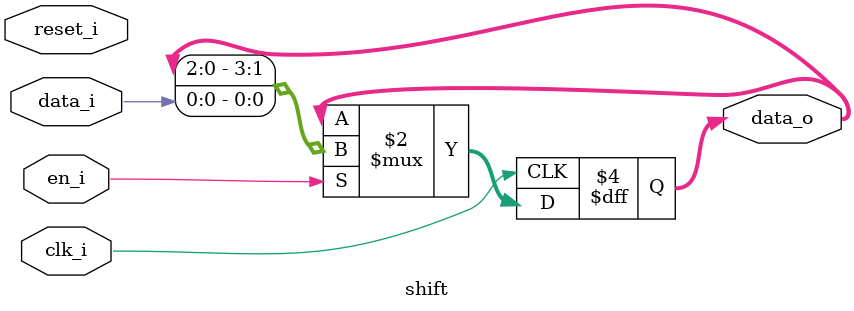
<source format=sv>
module shift #(
  parameter width_p = 4
)(input logic reset_i, 
  input logic data_i, 
  input logic en_i,
  output logic [width_p-1:0] data_o,
  input logic clk_i
);

always_ff @(posedge clk_i) begin
  if (en_i) begin
    data_o <= {data_o[width_p - 2:0], data_i};
  end
end

endmodule
</source>
